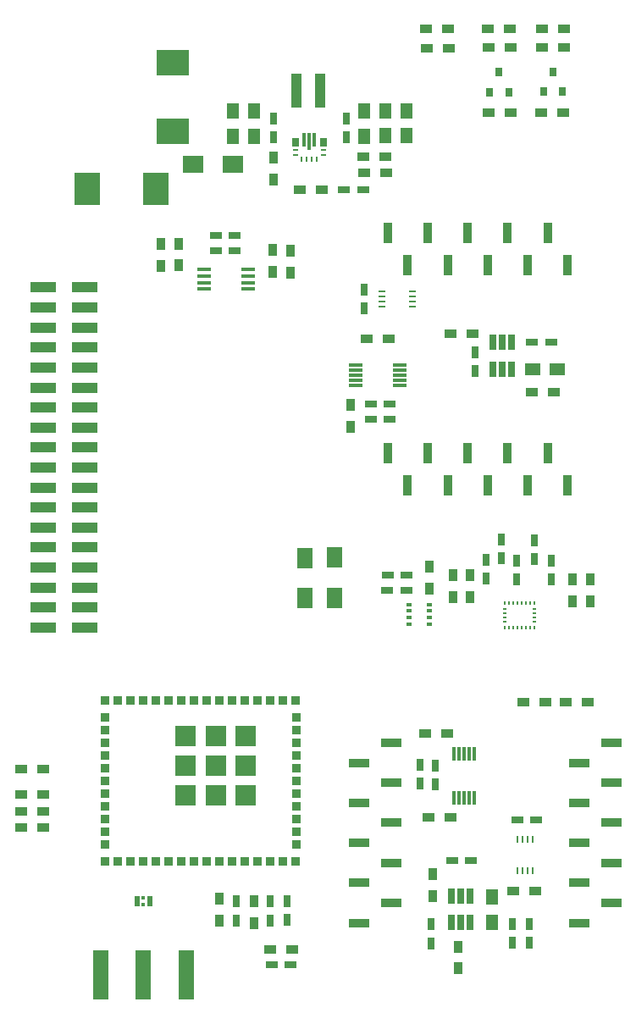
<source format=gbr>
G04 #@! TF.GenerationSoftware,KiCad,Pcbnew,(5.0.0-rc2-dev-491-g430239499)*
G04 #@! TF.CreationDate,2018-09-21T18:59:49-07:00*
G04 #@! TF.ProjectId,PCB_Rev3,5043425F526576332E6B696361645F70,rev?*
G04 #@! TF.SameCoordinates,Original*
G04 #@! TF.FileFunction,Paste,Top*
G04 #@! TF.FilePolarity,Positive*
%FSLAX46Y46*%
G04 Gerber Fmt 4.6, Leading zero omitted, Abs format (unit mm)*
G04 Created by KiCad (PCBNEW (5.0.0-rc2-dev-491-g430239499)) date 09/21/18 18:59:49*
%MOMM*%
%LPD*%
G01*
G04 APERTURE LIST*
%ADD10R,2.000001X2.000001*%
%ADD11R,0.910001X0.910001*%
%ADD12R,0.599999X0.240000*%
%ADD13R,0.000003X0.150002*%
%ADD14R,0.700001X0.850001*%
%ADD15R,0.025400X0.025400*%
%ADD16R,0.349999X1.450000*%
%ADD17R,0.349999X1.799999*%
%ADD18R,0.240000X0.599999*%
%ADD19R,0.900000X1.200000*%
%ADD20R,1.200000X0.900000*%
%ADD21R,0.750000X1.200000*%
%ADD22R,1.200000X0.750000*%
%ADD23R,1.250000X1.500000*%
%ADD24R,1.500000X1.250000*%
%ADD25R,2.500000X3.300000*%
%ADD26R,3.300000X2.500000*%
%ADD27R,0.980000X3.400000*%
%ADD28R,2.000000X1.700000*%
%ADD29R,0.230000X0.350000*%
%ADD30R,0.350000X0.230000*%
%ADD31R,0.500000X0.350000*%
%ADD32R,0.250000X0.750000*%
%ADD33R,0.650000X1.560000*%
%ADD34R,1.400000X0.300000*%
%ADD35R,0.300000X1.400000*%
%ADD36R,0.750000X0.250000*%
%ADD37R,1.450000X0.450000*%
%ADD38R,1.600000X2.000000*%
%ADD39R,1.600000X4.900000*%
%ADD40R,1.500000X4.900000*%
%ADD41R,0.350000X0.350000*%
%ADD42R,0.500000X1.050000*%
%ADD43R,2.000000X0.900000*%
%ADD44R,0.900000X2.000000*%
%ADD45R,2.580000X1.000000*%
%ADD46R,0.800000X0.900000*%
G04 APERTURE END LIST*
D10*
X153440000Y-125325002D03*
X156440000Y-125325005D03*
X159440001Y-125325002D03*
X153440000Y-122325003D03*
X156440000Y-122325000D03*
X159440001Y-122325003D03*
X153440000Y-119325001D03*
X156440000Y-119325004D03*
X159440001Y-119325001D03*
D11*
X164490001Y-117475003D03*
X164490001Y-118745003D03*
X164490001Y-120015003D03*
X164490001Y-121285003D03*
X164490001Y-122555003D03*
X164490001Y-123825003D03*
X164490001Y-125095003D03*
X164490001Y-126365003D03*
X164490001Y-127635003D03*
X164490001Y-128905003D03*
X164490001Y-130175003D03*
X164465000Y-131875002D03*
X163195000Y-131875002D03*
X161925000Y-131875002D03*
X160655000Y-131875002D03*
X159385000Y-131875002D03*
X158115000Y-131875002D03*
X156845000Y-131875002D03*
X155575000Y-131875002D03*
X154305000Y-131875002D03*
X153035000Y-131875002D03*
X151765000Y-131875002D03*
X150495000Y-131875002D03*
X149225000Y-131875002D03*
X147955000Y-131875002D03*
X146685000Y-131875002D03*
X145415000Y-131875002D03*
X145389999Y-130175003D03*
X145389999Y-128905003D03*
X145389999Y-127635003D03*
X145389999Y-126365003D03*
X145389999Y-125095003D03*
X145389999Y-123825003D03*
X145389999Y-122555003D03*
X145389999Y-121285003D03*
X145389999Y-120015003D03*
X145389999Y-118745003D03*
X145389999Y-117475003D03*
X145415000Y-115775001D03*
X146685000Y-115775001D03*
X147955000Y-115775001D03*
X149225000Y-115775001D03*
X150495000Y-115775001D03*
X151765000Y-115775001D03*
X153035000Y-115775001D03*
X154305000Y-115775001D03*
X155575000Y-115775001D03*
X156845000Y-115775001D03*
X158115000Y-115775001D03*
X159385000Y-115775001D03*
X160655000Y-115775001D03*
X161925000Y-115775001D03*
X163195000Y-115775001D03*
X164465000Y-115775001D03*
D12*
X164390499Y-61253500D03*
X164390499Y-60753501D03*
D13*
X164390499Y-60003500D03*
D14*
X164390499Y-60003500D03*
D13*
X164390499Y-60003500D03*
D15*
X165290500Y-59753500D03*
D16*
X165290500Y-59753500D03*
D15*
X165790499Y-59928501D03*
D17*
X165790499Y-59928501D03*
D15*
X166290498Y-59753500D03*
D16*
X166290498Y-59753500D03*
D13*
X167190499Y-60003500D03*
D14*
X167190499Y-60003500D03*
D13*
X167190499Y-60003500D03*
D12*
X167190499Y-60753501D03*
X167190499Y-61253500D03*
D18*
X166540497Y-61678500D03*
X166040499Y-61678500D03*
X165540497Y-61678500D03*
X165040498Y-61678500D03*
D19*
X193929000Y-105875000D03*
X193929000Y-103675000D03*
D20*
X179682500Y-48679100D03*
X177482500Y-48679100D03*
X179725500Y-50647600D03*
X177525500Y-50647600D03*
X189407800Y-116001800D03*
X187207800Y-116001800D03*
X191398800Y-116001800D03*
X193598800Y-116001800D03*
X190246000Y-84963000D03*
X188046000Y-84963000D03*
D21*
X188341000Y-101661000D03*
X188341000Y-99761000D03*
X185039000Y-99700000D03*
X185039000Y-101600000D03*
X183515000Y-103632000D03*
X183515000Y-101732000D03*
X186563000Y-103693000D03*
X186563000Y-101793000D03*
X189992000Y-101793000D03*
X189992000Y-103693000D03*
D22*
X175514000Y-103251000D03*
X173614000Y-103251000D03*
X173609000Y-104775000D03*
X175509000Y-104775000D03*
D21*
X187769500Y-138117500D03*
X187769500Y-140017500D03*
X186118500Y-140017500D03*
X186118500Y-138117500D03*
D23*
X184086500Y-137985500D03*
X184086500Y-135485500D03*
D22*
X188465500Y-127698500D03*
X186565500Y-127698500D03*
D21*
X177985500Y-138176000D03*
X177985500Y-140076000D03*
D22*
X180088500Y-131762500D03*
X181988500Y-131762500D03*
X173855442Y-86183407D03*
X171955442Y-86183407D03*
D21*
X176911000Y-122237500D03*
X176911000Y-124137500D03*
D22*
X171955442Y-87707407D03*
X173855442Y-87707407D03*
D21*
X178435000Y-124206000D03*
X178435000Y-122306000D03*
X171323000Y-76642000D03*
X171323000Y-74742000D03*
D24*
X190627000Y-82677000D03*
X188127000Y-82677000D03*
D21*
X182372000Y-82865000D03*
X182372000Y-80965000D03*
D22*
X188087000Y-80010000D03*
X189987000Y-80010000D03*
X156469000Y-70866000D03*
X158369000Y-70866000D03*
X158369000Y-69342000D03*
X156469000Y-69342000D03*
D23*
X158178500Y-59416000D03*
X158178500Y-56916000D03*
X160274000Y-56872500D03*
X160274000Y-59372500D03*
D21*
X162242500Y-59502000D03*
X162242500Y-57602000D03*
D22*
X171191000Y-64706500D03*
X169291000Y-64706500D03*
D21*
X169545000Y-57599500D03*
X169545000Y-59499500D03*
D23*
X175514000Y-56852500D03*
X175514000Y-59352500D03*
X173418500Y-56832500D03*
X173418500Y-59332500D03*
X171323000Y-59372500D03*
X171323000Y-56872500D03*
D25*
X150431500Y-64643000D03*
X143631500Y-64643000D03*
D26*
X152146000Y-52064500D03*
X152146000Y-58864500D03*
D27*
X166920000Y-54864000D03*
X164550000Y-54864000D03*
D19*
X192151000Y-103675000D03*
X192151000Y-105875000D03*
X177800000Y-104605000D03*
X177800000Y-102405000D03*
D20*
X186204500Y-134810500D03*
X188404500Y-134810500D03*
D19*
X180657500Y-140398500D03*
X180657500Y-142598500D03*
X178117500Y-133118500D03*
X178117500Y-135318500D03*
D20*
X171577000Y-79629000D03*
X173777000Y-79629000D03*
X179916000Y-127508000D03*
X177716000Y-127508000D03*
D19*
X169926000Y-88433000D03*
X169926000Y-86233000D03*
D20*
X177419000Y-119126000D03*
X179619000Y-119126000D03*
X182159000Y-79121000D03*
X179959000Y-79121000D03*
D19*
X152775720Y-70124968D03*
X152775720Y-72324968D03*
X162179000Y-70782000D03*
X162179000Y-72982000D03*
X163957000Y-70823468D03*
X163957000Y-73023468D03*
D28*
X158178500Y-62230000D03*
X154178500Y-62230000D03*
D19*
X150934220Y-70145468D03*
X150934220Y-72345468D03*
X162242500Y-61531500D03*
X162242500Y-63731500D03*
D20*
X171259500Y-63055500D03*
X173459500Y-63055500D03*
X173439000Y-61404500D03*
X171239000Y-61404500D03*
X167068500Y-64706500D03*
X164868500Y-64706500D03*
D29*
X188322000Y-108540000D03*
X187892000Y-108540000D03*
X187462000Y-108540000D03*
X187032000Y-108540000D03*
X186602000Y-108540000D03*
X186172000Y-108540000D03*
X185742000Y-108540000D03*
X185312000Y-108540000D03*
X188322000Y-106090000D03*
X187892000Y-106090000D03*
X187462000Y-106090000D03*
X187032000Y-106090000D03*
X186602000Y-106090000D03*
X186172000Y-106090000D03*
X185742000Y-106090000D03*
D30*
X188292000Y-107960000D03*
X185342000Y-107960000D03*
X188292000Y-107530000D03*
X185342000Y-107530000D03*
X188292000Y-107100000D03*
X185342000Y-107100000D03*
X188292000Y-106670000D03*
X185342000Y-106670000D03*
D29*
X185312000Y-106090000D03*
D31*
X175759000Y-108163000D03*
X175759000Y-107513000D03*
X175759000Y-106863000D03*
X175759000Y-106213000D03*
X177809000Y-106213000D03*
X177809000Y-106863000D03*
X177809000Y-107513000D03*
X177809000Y-108163000D03*
D32*
X188138500Y-129704500D03*
X187638500Y-129704500D03*
X187138500Y-129704500D03*
X186638500Y-129704500D03*
X186638500Y-132804500D03*
X187138500Y-132804500D03*
X187638500Y-132804500D03*
X188138500Y-132804500D03*
D33*
X180911500Y-138018500D03*
X181861500Y-138018500D03*
X179961500Y-138018500D03*
X179961500Y-135318500D03*
X180911500Y-135318500D03*
X181861500Y-135318500D03*
D34*
X170456500Y-84312000D03*
X170456500Y-83812000D03*
X170456500Y-83312000D03*
X170456500Y-82812000D03*
X170456500Y-82312000D03*
X174856500Y-82312000D03*
X174856500Y-82812000D03*
X174856500Y-83312000D03*
X174856500Y-83812000D03*
X174856500Y-84312000D03*
D35*
X180292500Y-125517000D03*
X180792500Y-125517000D03*
X181292500Y-125517000D03*
X181792500Y-125517000D03*
X182292500Y-125517000D03*
X182292500Y-121117000D03*
X181792500Y-121117000D03*
X181292500Y-121117000D03*
X180792500Y-121117000D03*
X180292500Y-121117000D03*
D36*
X176149000Y-74946000D03*
X176149000Y-75446000D03*
X176149000Y-75946000D03*
X176149000Y-76446000D03*
X173049000Y-76446000D03*
X173049000Y-75946000D03*
X173049000Y-75446000D03*
X173049000Y-74946000D03*
D33*
X186052500Y-79993500D03*
X185102500Y-79993500D03*
X184152500Y-79993500D03*
X184152500Y-82693500D03*
X186052500Y-82693500D03*
X185102500Y-82693500D03*
D37*
X155252220Y-74668968D03*
X155252220Y-74018968D03*
X155252220Y-73368968D03*
X155252220Y-72718968D03*
X159652220Y-72718968D03*
X159652220Y-73368968D03*
X159652220Y-74018968D03*
X159652220Y-74668968D03*
D38*
X168342832Y-105532168D03*
X168342832Y-101532168D03*
X165354000Y-101537000D03*
X165354000Y-105537000D03*
D21*
X163576000Y-135829000D03*
X163576000Y-137729000D03*
X161925000Y-137795000D03*
X161925000Y-135895000D03*
X158496000Y-135895000D03*
X158496000Y-137795000D03*
D39*
X144975000Y-143256000D03*
X153475000Y-143256000D03*
D40*
X149225000Y-143256000D03*
D39*
X153475000Y-143256000D03*
X144975000Y-143256000D03*
D19*
X156845000Y-137795000D03*
X156845000Y-135595000D03*
X160274000Y-138049000D03*
X160274000Y-135849000D03*
D41*
X149225000Y-136194800D03*
D42*
X148600000Y-135869799D03*
D41*
X149225000Y-135544798D03*
D42*
X149850000Y-135869799D03*
D19*
X181864000Y-105451000D03*
X181864000Y-103251000D03*
X180213000Y-103251000D03*
X180213000Y-105451000D03*
D43*
X173988000Y-120036000D03*
X173988000Y-124036000D03*
X173988000Y-128036000D03*
X173988000Y-132036000D03*
X170788000Y-122036000D03*
X170788000Y-126036000D03*
X170788000Y-130036000D03*
X170788000Y-134036000D03*
X173988000Y-136036000D03*
X170788000Y-138036000D03*
X195988000Y-120036000D03*
X195988000Y-124036000D03*
X195988000Y-128036000D03*
X195988000Y-132036000D03*
X192788000Y-122036000D03*
X192788000Y-126036000D03*
X192788000Y-130036000D03*
X192788000Y-134036000D03*
X195988000Y-136036000D03*
X192788000Y-138036000D03*
D44*
X191630000Y-72261000D03*
X189630000Y-69061000D03*
X187630000Y-72261000D03*
X183630000Y-72261000D03*
X179630000Y-72261000D03*
X175630000Y-72261000D03*
X185630000Y-69061000D03*
X181630000Y-69061000D03*
X177630000Y-69061000D03*
X173630000Y-69061000D03*
X191630000Y-94261000D03*
X189630000Y-91061000D03*
X187630000Y-94261000D03*
X183630000Y-94261000D03*
X179630000Y-94261000D03*
X175630000Y-94261000D03*
X185630000Y-91061000D03*
X181630000Y-91061000D03*
X177630000Y-91061000D03*
X173630000Y-91061000D03*
D20*
X136992000Y-122618500D03*
X139192000Y-122618500D03*
D22*
X163952000Y-142240000D03*
X162052000Y-142240000D03*
D45*
X143362000Y-108519000D03*
X139192000Y-108519000D03*
X143362000Y-106519000D03*
X139192000Y-106519000D03*
X143362000Y-104519000D03*
X139192000Y-104519000D03*
X143362000Y-102519000D03*
X139192000Y-102519000D03*
X143362000Y-100519000D03*
X139192000Y-100519000D03*
X143362000Y-98519000D03*
X139192000Y-98519000D03*
X143362000Y-96519000D03*
X139192000Y-96519000D03*
X143362000Y-94519000D03*
X139192000Y-94519000D03*
X143362000Y-92519000D03*
X139192000Y-92519000D03*
X143362000Y-90519000D03*
X139192000Y-90519000D03*
X143362000Y-88519000D03*
X139192000Y-88519000D03*
X143362000Y-86519000D03*
X139192000Y-86519000D03*
X143362000Y-84519000D03*
X139192000Y-84519000D03*
X143362000Y-82519000D03*
X139192000Y-82519000D03*
X143362000Y-80519000D03*
X139192000Y-80519000D03*
X143362000Y-78519000D03*
X139192000Y-78519000D03*
X143362000Y-76519000D03*
X139192000Y-76519000D03*
X143362000Y-74519000D03*
X139192000Y-74519000D03*
D20*
X136992000Y-128524000D03*
X139192000Y-128524000D03*
X139192000Y-126873000D03*
X136992000Y-126873000D03*
X164125000Y-140716000D03*
X161925000Y-140716000D03*
X137033000Y-125222000D03*
X139233000Y-125222000D03*
X183664500Y-48641000D03*
X185864500Y-48641000D03*
X189026800Y-48666400D03*
X191226800Y-48666400D03*
X185905500Y-50546000D03*
X183705500Y-50546000D03*
X189082500Y-50546000D03*
X191282500Y-50546000D03*
X183743600Y-57048400D03*
X185943600Y-57048400D03*
X188942800Y-57048400D03*
X191142800Y-57048400D03*
D46*
X184785000Y-52975000D03*
X185735000Y-54975000D03*
X183835000Y-54975000D03*
X189194400Y-54949600D03*
X191094400Y-54949600D03*
X190144400Y-52949600D03*
M02*

</source>
